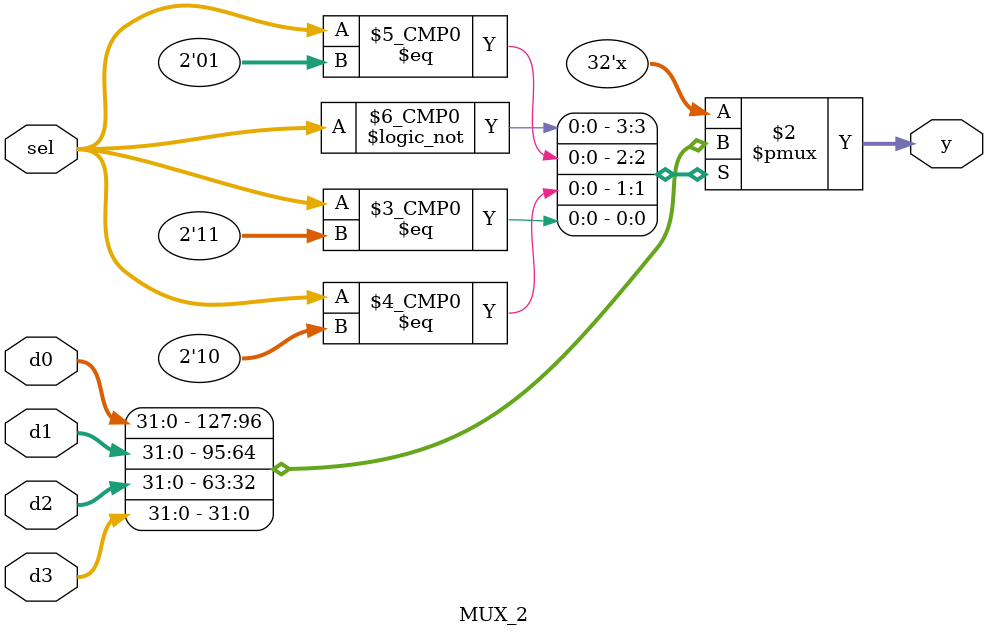
<source format=v>
module MUX_2(
           input [31:0]      d0, d1, d2, d3,
           input [1:0]       sel,
           output reg [31:0] y);
   always @(*) begin
      case(sel)
        2'b00: y <= d0;
        2'b01: y <= d1;
        2'b10: y <= d2;
        2'b11: y <= d3;
        default: y <= d0;
      endcase // case (sel)
   end
endmodule // MUX

</source>
